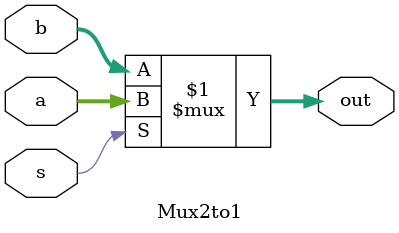
<source format=v>
module Mux2to1
#(
	parameter WIDTH = 32
)
(
	input [WIDTH-1:0] a, b,
	input s,
	output [WIDTH-1:0] out
);

assign out = (s) ? a : b;

endmodule 
</source>
